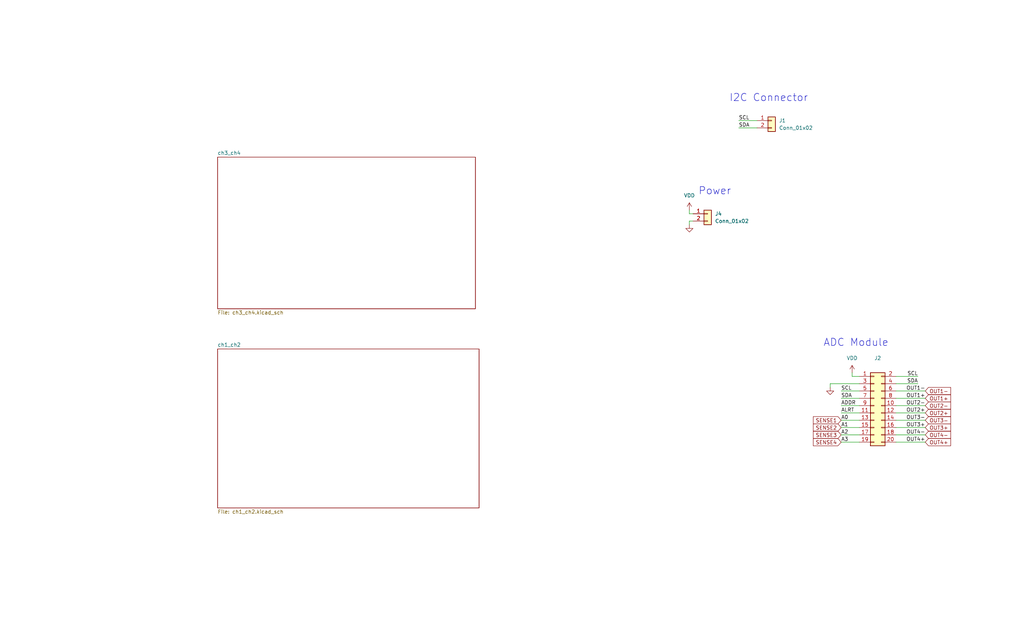
<source format=kicad_sch>
(kicad_sch (version 20231120) (generator "eeschema") (generator_version "8.0")
  (paper "USLegal")
  (lib_symbols
    (symbol "Connector_Generic:Conn_01x02" (pin_names (offset 1.016) hide)
      (property "Reference" "J" (at 0 2.54 0))
      (property "Value" "Conn_01x02" (at 0 -5.08 0))
      (symbol "Conn_01x02_1_1"
        (rectangle (start -1.27 -2.413) (end 0 -2.667) (stroke (width 0.1524)))
        (rectangle (start -1.27 0.127) (end 0 -0.127) (stroke (width 0.1524)))
        (rectangle (start -1.27 1.27) (end 1.27 -3.81) (stroke (width 0.254)) (fill (type background)))
        (pin passive line (at -5.08 0 0) (length 3.81) (name "Pin_1") (number "1"))
        (pin passive line (at -5.08 -2.54 0) (length 3.81) (name "Pin_2") (number "2"))
      )
    )
    (symbol "Connector_Generic:Conn_02x10_Odd_Even" (pin_names (offset 1.016) hide)
      (property "Reference" "J" (at 1.27 12.7 0))
      (property "Value" "Conn_02x10_Odd_Even" (at 1.27 -15.24 0))
      (symbol "Conn_02x10_Odd_Even_1_1"
        (rectangle (start -1.27 -12.573) (end 0 -12.827) (stroke (width 0.1524)))
        (rectangle (start -1.27 -10.033) (end 0 -10.287) (stroke (width 0.1524)))
        (rectangle (start -1.27 -7.493) (end 0 -7.747) (stroke (width 0.1524)))
        (rectangle (start -1.27 -4.953) (end 0 -5.207) (stroke (width 0.1524)))
        (rectangle (start -1.27 -2.413) (end 0 -2.667) (stroke (width 0.1524)))
        (rectangle (start -1.27 0.127) (end 0 -0.127) (stroke (width 0.1524)))
        (rectangle (start -1.27 2.667) (end 0 2.413) (stroke (width 0.1524)))
        (rectangle (start -1.27 5.207) (end 0 4.953) (stroke (width 0.1524)))
        (rectangle (start -1.27 7.747) (end 0 7.493) (stroke (width 0.1524)))
        (rectangle (start -1.27 10.287) (end 0 10.033) (stroke (width 0.1524)))
        (rectangle (start -1.27 11.43) (end 3.81 -13.97) (stroke (width 0.254)) (fill (type background)))
        (rectangle (start 3.81 -12.573) (end 2.54 -12.827) (stroke (width 0.1524)))
        (rectangle (start 3.81 -10.033) (end 2.54 -10.287) (stroke (width 0.1524)))
        (rectangle (start 3.81 -7.493) (end 2.54 -7.747) (stroke (width 0.1524)))
        (rectangle (start 3.81 -4.953) (end 2.54 -5.207) (stroke (width 0.1524)))
        (rectangle (start 3.81 -2.413) (end 2.54 -2.667) (stroke (width 0.1524)))
        (rectangle (start 3.81 0.127) (end 2.54 -0.127) (stroke (width 0.1524)))
        (rectangle (start 3.81 2.667) (end 2.54 2.413) (stroke (width 0.1524)))
        (rectangle (start 3.81 5.207) (end 2.54 4.953) (stroke (width 0.1524)))
        (rectangle (start 3.81 7.747) (end 2.54 7.493) (stroke (width 0.1524)))
        (rectangle (start 3.81 10.287) (end 2.54 10.033) (stroke (width 0.1524)))
        (pin passive line (at -5.08 10.16 0) (length 3.81) (name "Pin_1") (number "1"))
        (pin passive line (at 7.62 0 180) (length 3.81) (name "Pin_10") (number "10"))
        (pin passive line (at -5.08 -2.54 0) (length 3.81) (name "Pin_11") (number "11"))
        (pin passive line (at 7.62 -2.54 180) (length 3.81) (name "Pin_12") (number "12"))
        (pin passive line (at -5.08 -5.08 0) (length 3.81) (name "Pin_13") (number "13"))
        (pin passive line (at 7.62 -5.08 180) (length 3.81) (name "Pin_14") (number "14"))
        (pin passive line (at -5.08 -7.62 0) (length 3.81) (name "Pin_15") (number "15"))
        (pin passive line (at 7.62 -7.62 180) (length 3.81) (name "Pin_16") (number "16"))
        (pin passive line (at -5.08 -10.16 0) (length 3.81) (name "Pin_17") (number "17"))
        (pin passive line (at 7.62 -10.16 180) (length 3.81) (name "Pin_18") (number "18"))
        (pin passive line (at -5.08 -12.7 0) (length 3.81) (name "Pin_19") (number "19"))
        (pin passive line (at 7.62 10.16 180) (length 3.81) (name "Pin_2") (number "2"))
        (pin passive line (at 7.62 -12.7 180) (length 3.81) (name "Pin_20") (number "20"))
        (pin passive line (at -5.08 7.62 0) (length 3.81) (name "Pin_3") (number "3"))
        (pin passive line (at 7.62 7.62 180) (length 3.81) (name "Pin_4") (number "4"))
        (pin passive line (at -5.08 5.08 0) (length 3.81) (name "Pin_5") (number "5"))
        (pin passive line (at 7.62 5.08 180) (length 3.81) (name "Pin_6") (number "6"))
        (pin passive line (at -5.08 2.54 0) (length 3.81) (name "Pin_7") (number "7"))
        (pin passive line (at 7.62 2.54 180) (length 3.81) (name "Pin_8") (number "8"))
        (pin passive line (at -5.08 0 0) (length 3.81) (name "Pin_9") (number "9"))
      )
    )
    (symbol "power:GND" (power) (pin_names (offset 0))
      (property "Value" "GND" (at 0 -3.81 0))
      (symbol "GND_0_1"
        (polyline (pts (xy 0 0) (xy 0 -1.27) (xy 1.27 -1.27) (xy 0 -2.54) (xy -1.27 -1.27) (xy 0 -1.27)))
      )
      (symbol "GND_1_1"
        (pin power_in line (at 0 0 270) (length 0) hide (name "GND") (number "1"))
      )
    )
    (symbol "power:VDD" (power) (pin_names (offset 0))
      (property "Value" "VDD" (at 0 3.81 0))
      (symbol "VDD_0_1"
        (polyline (pts (xy -0.762 1.27) (xy 0 2.54)))
        (polyline (pts (xy 0 0) (xy 0 2.54)))
        (polyline (pts (xy 0 2.54) (xy 0.762 1.27)))
      )
      (symbol "VDD_1_1"
        (pin power_in line (at 0 0 90) (length 0) hide (name "VDD") (number "1"))
      )
    )
  )
  (wire (pts (xy 321.31 138.43) (xy 311.15 138.43)))
  (wire (pts (xy 292.1 135.89) (xy 298.45 135.89)))
  (wire (pts (xy 292.1 143.51) (xy 298.45 143.51)))
  (wire (pts (xy 321.31 140.97) (xy 311.15 140.97)))
  (wire (pts (xy 292.1 146.05) (xy 298.45 146.05)))
  (wire (pts (xy 318.77 133.35) (xy 311.15 133.35)))
  (wire (pts (xy 298.45 130.81) (xy 295.91 130.81)))
  (wire (pts (xy 256.54 44.45) (xy 262.89 44.45)))
  (wire (pts (xy 311.15 130.81) (xy 318.77 130.81)))
  (wire (pts (xy 292.1 148.59) (xy 298.45 148.59)))
  (wire (pts (xy 239.395 73.025) (xy 239.395 74.295)))
  (wire (pts (xy 288.29 133.35) (xy 298.45 133.35)))
  (wire (pts (xy 321.31 151.13) (xy 311.15 151.13)))
  (wire (pts (xy 292.1 151.13) (xy 298.45 151.13)))
  (wire (pts (xy 239.395 74.295) (xy 240.665 74.295)))
  (wire (pts (xy 321.31 146.05) (xy 311.15 146.05)))
  (wire (pts (xy 321.31 153.67) (xy 311.15 153.67)))
  (wire (pts (xy 292.1 138.43) (xy 298.45 138.43)))
  (wire (pts (xy 292.1 153.67) (xy 298.45 153.67)))
  (wire (pts (xy 311.15 135.89) (xy 321.31 135.89)))
  (wire (pts (xy 288.29 134.62) (xy 288.29 133.35)))
  (wire (pts (xy 239.395 76.835) (xy 240.665 76.835)))
  (wire (pts (xy 295.91 130.81) (xy 295.91 129.54)))
  (wire (pts (xy 256.54 41.91) (xy 262.89 41.91)))
  (wire (pts (xy 292.1 140.97) (xy 298.45 140.97)))
  (wire (pts (xy 239.395 76.835) (xy 239.395 78.105)))
  (wire (pts (xy 321.31 148.59) (xy 311.15 148.59)))
  (wire (pts (xy 321.31 143.51) (xy 311.15 143.51)))
  (text "ADC Module" (at 308.61 120.65 0) (effects (font (size 2.54 2.54)) (justify right bottom)))
  (text "Power " (at 255.905 67.945 0) (effects (font (size 2.54 2.54)) (justify right bottom)))
  (text "I2C Connector\n" (at 280.67 35.56 0) (effects (font (size 2.54 2.54)) (justify right bottom)))
  (label "OUT2+" (at 321.31 143.51 180))
  (label "OUT1+" (at 321.31 138.43 180))
  (label "OUT3+" (at 321.31 148.59 180))
  (label "OUT3-" (at 321.31 146.05 180))
  (label "SCL" (at 256.54 41.91 0))
  (label "A1" (at 292.1 148.59 0))
  (label "OUT4+" (at 321.31 153.67 180))
  (label "A3" (at 292.1 153.67 0))
  (label "SDA" (at 318.77 133.35 180))
  (label "OUT1-" (at 321.31 135.89 180))
  (label "OUT2-" (at 321.31 140.97 180))
  (label "ALRT" (at 292.1 143.51 0))
  (label "SDA" (at 292.1 138.43 0))
  (label "SCL" (at 318.77 130.81 180))
  (label "OUT4-" (at 321.31 151.13 180))
  (label "SDA" (at 256.54 44.45 0))
  (label "SCL" (at 292.1 135.89 0))
  (label "A2" (at 292.1 151.13 0))
  (label "A0" (at 292.1 146.05 0))
  (label "ADDR" (at 292.1 140.97 0))
  (global_label "SENSE3" (shape input) (at 292.1 151.13 180) (property "Intersheetrefs" "${INTERSHEET_REFS}" (effects (hide yes))))
  (global_label "OUT1+" (shape input) (at 321.31 138.43 0) (property "Intersheetrefs" "${INTERSHEET_REFS}" (effects (hide yes))))
  (global_label "OUT2-" (shape input) (at 321.31 140.97 0) (property "Intersheetrefs" "${INTERSHEET_REFS}" (effects (hide yes))))
  (global_label "OUT3-" (shape input) (at 321.31 146.05 0) (property "Intersheetrefs" "${INTERSHEET_REFS}" (effects (hide yes))))
  (global_label "SENSE1" (shape input) (at 292.1 146.05 180) (property "Intersheetrefs" "${INTERSHEET_REFS}" (effects (hide yes))))
  (global_label "OUT4+" (shape input) (at 321.31 153.67 0) (property "Intersheetrefs" "${INTERSHEET_REFS}" (effects (hide yes))))
  (global_label "SENSE4" (shape input) (at 292.1 153.67 180) (property "Intersheetrefs" "${INTERSHEET_REFS}" (effects (hide yes))))
  (global_label "OUT1-" (shape input) (at 321.31 135.89 0) (property "Intersheetrefs" "${INTERSHEET_REFS}" (effects (hide yes))))
  (global_label "OUT4-" (shape input) (at 321.31 151.13 0) (property "Intersheetrefs" "${INTERSHEET_REFS}" (effects (hide yes))))
  (global_label "OUT2+" (shape input) (at 321.31 143.51 0) (property "Intersheetrefs" "${INTERSHEET_REFS}" (effects (hide yes))))
  (global_label "SENSE2" (shape input) (at 292.1 148.59 180) (property "Intersheetrefs" "${INTERSHEET_REFS}" (effects (hide yes))))
  (global_label "OUT3+" (shape input) (at 321.31 148.59 0) (property "Intersheetrefs" "${INTERSHEET_REFS}" (effects (hide yes))))
  (symbol (lib_id "power:GND") (at 239.395 78.105 0) (unit 1)
    (property "Reference" "#PWR02" (effects (hide yes)))
    (property "Value" "GND" (effects (hide yes)))
  )
  (symbol (lib_id "Connector_Generic:Conn_02x10_Odd_Even") (at 303.53 140.97 0) (unit 1)
    (property "Reference" "J2" (at 304.8 124.46 0))
    (property "Value" "Conn_02x10_Odd_Even" (effects (hide yes)))
    (property "Footprint" "Connector_PinHeader_2.54mm:PinHeader_2x10_P2.54mm_Vertical_SMD" (effects (hide yes)))
  )
  (symbol (lib_id "Connector_Generic:Conn_01x02") (at 245.745 74.295 0) (unit 1)
    (property "Reference" "J4" (at 248.285 74.295 0) (effects (justify left)))
    (property "Value" "Conn_01x02" (at 248.285 76.835 0) (effects (justify left)))
    (property "Footprint" "Connector_PinHeader_2.54mm:PinHeader_1x02_P2.54mm_Vertical" (effects (hide yes)))
  )
  (symbol (lib_id "power:VDD") (at 239.395 73.025 0) (unit 1)
    (property "Reference" "#PWR01" (effects (hide yes)))
    (property "Value" "VDD" (at 239.395 67.945 0))
  )
  (symbol (lib_id "power:VDD") (at 295.91 129.54 0) (unit 1)
    (property "Reference" "#PWR04" (effects (hide yes)))
    (property "Value" "VDD" (at 295.91 124.46 0))
  )
  (symbol (lib_id "Connector_Generic:Conn_01x02") (at 267.97 41.91 0) (unit 1)
    (property "Reference" "J1" (at 270.51 41.91 0) (effects (justify left)))
    (property "Value" "Conn_01x02" (at 270.51 44.45 0) (effects (justify left)))
    (property "Footprint" "Connector_PinHeader_2.54mm:PinHeader_1x02_P2.54mm_Vertical" (effects (hide yes)))
  )
  (symbol (lib_id "power:GND") (at 288.29 134.62 0) (unit 1)
    (property "Reference" "#PWR03" (effects (hide yes)))
    (property "Value" "GND" (effects (hide yes)))
  )
  (sheet (at 75.565 121.285) (size 90.805 55.245) (stroke (width 0.1524))
    (property "Sheetname" "ch1_ch2" (at 75.565 120.5734 0) (effects (justify left bottom)))
    (property "Sheetfile" "ch1_ch2.kicad_sch" (at 75.565 177.1146 0) (effects (justify left top)))
  )
  (sheet (at 75.565 54.61) (size 89.535 52.705) (stroke (width 0.1524))
    (property "Sheetname" "ch3_ch4" (at 75.565 53.8984 0) (effects (justify left bottom)))
    (property "Sheetfile" "ch3_ch4.kicad_sch" (at 75.565 107.8996 0) (effects (justify left top)))
  )
)
</source>
